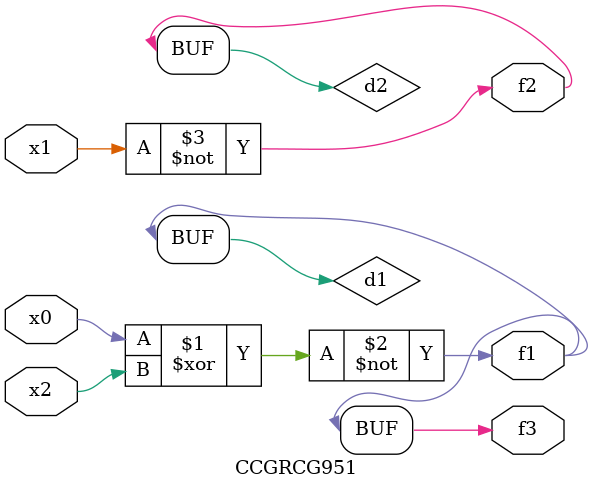
<source format=v>
module CCGRCG951(
	input x0, x1, x2,
	output f1, f2, f3
);

	wire d1, d2, d3;

	xnor (d1, x0, x2);
	nand (d2, x1);
	nor (d3, x1, x2);
	assign f1 = d1;
	assign f2 = d2;
	assign f3 = d1;
endmodule

</source>
